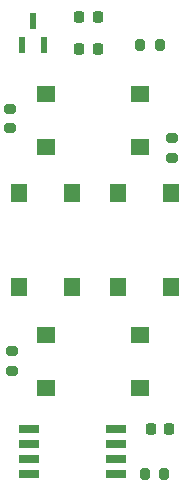
<source format=gbr>
G04 #@! TF.GenerationSoftware,KiCad,Pcbnew,8.0.1*
G04 #@! TF.CreationDate,2025-02-25T23:19:28-07:00*
G04 #@! TF.ProjectId,Button_Flex,42757474-6f6e-45f4-966c-65782e6b6963,rev?*
G04 #@! TF.SameCoordinates,Original*
G04 #@! TF.FileFunction,Paste,Top*
G04 #@! TF.FilePolarity,Positive*
%FSLAX46Y46*%
G04 Gerber Fmt 4.6, Leading zero omitted, Abs format (unit mm)*
G04 Created by KiCad (PCBNEW 8.0.1) date 2025-02-25 23:19:28*
%MOMM*%
%LPD*%
G01*
G04 APERTURE LIST*
G04 Aperture macros list*
%AMRoundRect*
0 Rectangle with rounded corners*
0 $1 Rounding radius*
0 $2 $3 $4 $5 $6 $7 $8 $9 X,Y pos of 4 corners*
0 Add a 4 corners polygon primitive as box body*
4,1,4,$2,$3,$4,$5,$6,$7,$8,$9,$2,$3,0*
0 Add four circle primitives for the rounded corners*
1,1,$1+$1,$2,$3*
1,1,$1+$1,$4,$5*
1,1,$1+$1,$6,$7*
1,1,$1+$1,$8,$9*
0 Add four rect primitives between the rounded corners*
20,1,$1+$1,$2,$3,$4,$5,0*
20,1,$1+$1,$4,$5,$6,$7,0*
20,1,$1+$1,$6,$7,$8,$9,0*
20,1,$1+$1,$8,$9,$2,$3,0*%
G04 Aperture macros list end*
%ADD10RoundRect,0.200000X-0.200000X-0.275000X0.200000X-0.275000X0.200000X0.275000X-0.200000X0.275000X0*%
%ADD11R,1.700000X0.650000*%
%ADD12R,1.549908X1.400048*%
%ADD13R,1.400048X1.549908*%
%ADD14RoundRect,0.225000X-0.225000X-0.250000X0.225000X-0.250000X0.225000X0.250000X-0.225000X0.250000X0*%
%ADD15RoundRect,0.200000X-0.275000X0.200000X-0.275000X-0.200000X0.275000X-0.200000X0.275000X0.200000X0*%
%ADD16R,0.609600X1.320800*%
%ADD17RoundRect,0.200000X0.275000X-0.200000X0.275000X0.200000X-0.275000X0.200000X-0.275000X-0.200000X0*%
G04 APERTURE END LIST*
D10*
X198860000Y-107110000D03*
X197210000Y-107110000D03*
D11*
X187420000Y-103310000D03*
X187420000Y-104580000D03*
X187420000Y-105850000D03*
X187420000Y-107120000D03*
X194720000Y-107120000D03*
X194720000Y-105850000D03*
X194720000Y-104580000D03*
X194720000Y-103310000D03*
D12*
X188825002Y-95343900D03*
X188825002Y-99843902D03*
X196774998Y-99843902D03*
X196774998Y-95343900D03*
D13*
X194930000Y-91294998D03*
X199430002Y-91294998D03*
X199430002Y-83345002D03*
X194930000Y-83345002D03*
X186549999Y-91294998D03*
X191050001Y-91294998D03*
X191050001Y-83345002D03*
X186549999Y-83345002D03*
D12*
X188825002Y-74960000D03*
X188825002Y-79460002D03*
X196774998Y-79460002D03*
X196774998Y-74960000D03*
D14*
X199260000Y-103350000D03*
X197710000Y-103350000D03*
X191650000Y-71140000D03*
X193200000Y-71140000D03*
D15*
X199460000Y-78700000D03*
X199460000Y-80350000D03*
D14*
X191650000Y-68430000D03*
X193200000Y-68430000D03*
D16*
X186789999Y-70790400D03*
X188690001Y-70790400D03*
X187740000Y-68760000D03*
D15*
X185780000Y-76220000D03*
X185780000Y-77870000D03*
D10*
X196800000Y-70790000D03*
X198450000Y-70790000D03*
D17*
X185940000Y-98400000D03*
X185940000Y-96750000D03*
M02*

</source>
